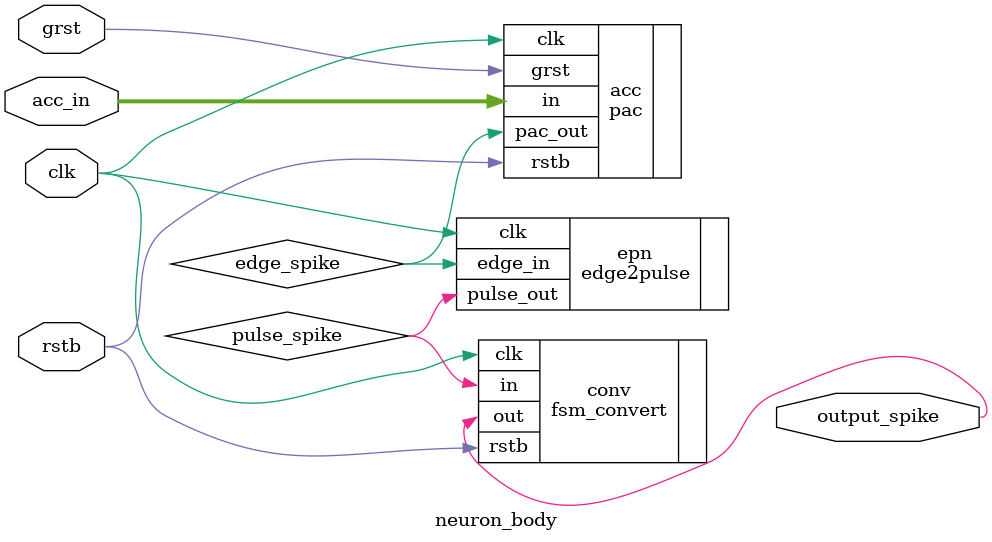
<source format=sv>
/*
 * Author: Harideep Nair
 *
 * Implements the body (soma) of an SRM0 neuron with ramp-no-leak (RNL) response function as a parallel accumulative counter.
 * Accumulates response functions from all synapses and generates an output spike when the accumulated potential crosses the threshold.
 * Also converts the output spike back to [wmax+1]-cycle wide pulse to be passed as input to the following stage.
 *
 * Parameters  : INP           - number of synapses per neuron (equal to number of inputs and number of weights)
 *               WRES          - bit resolution for weights (wmax = 2^WRES-1)
 *               THRESHOLD     - spiking threshold for neuron
 *
 * Inputs      : acc_in        - unary outputs from synapses (1 bit RNL response per synapse)
 *               clk           - unit clock for temporal encoding
 *               grst          - 1-cycle wide gamma clock pulse
 *               rstb          - synchronous active low system reset
 * Output      : output_spike  - output spike of neuron encoded as [wmax+1]-cycle wide pulse
 */

module neuron_body #(parameter INP='d16,
                     parameter WRES='d3,
                     parameter THRESHOLD='d13
                    )
   (
    input logic [INP-1:0] acc_in,
    input logic clk,
    input logic grst,
    input logic rstb,
    output logic output_spike
    );

    logic edge_spike;
    logic pulse_spike;
    
    // Parallel Accumulative Counter
    pac #(INP, THRESHOLD) acc (.in(acc_in),
                               .clk(clk),
                               .grst(grst),
                               .rstb(rstb),
                               .pac_out(edge_spike)
                              );
    
    edge2pulse epn (.edge_in(edge_spike),
                    .clk(clk),
                    .pulse_out(pulse_spike)
                   );
    
    // Converts output spike to [wmax+1]-cycle wide pulse
    fsm_convert #(WRES) conv (.in(pulse_spike),
                              .clk(clk),
                              .rstb(rstb),
                              .out(output_spike)
                             );

endmodule

</source>
